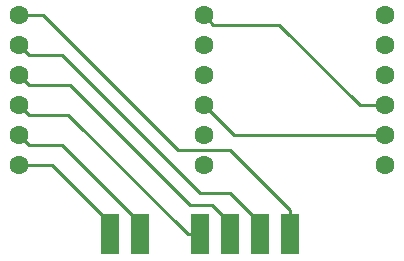
<source format=gbr>
G04 #@! TF.GenerationSoftware,KiCad,Pcbnew,5.0.2+dfsg1-1~bpo9+1*
G04 #@! TF.CreationDate,2019-05-22T19:19:29+01:00*
G04 #@! TF.ProjectId,arduboy_flashcart,61726475-626f-4795-9f66-6c6173686361,rev?*
G04 #@! TF.SameCoordinates,Original*
G04 #@! TF.FileFunction,Copper,L2,Bot*
G04 #@! TF.FilePolarity,Positive*
%FSLAX46Y46*%
G04 Gerber Fmt 4.6, Leading zero omitted, Abs format (unit mm)*
G04 Created by KiCad (PCBNEW 5.0.2+dfsg1-1~bpo9+1) date Wed 22 May 2019 19:19:29 BST*
%MOMM*%
%LPD*%
G01*
G04 APERTURE LIST*
G04 #@! TA.AperFunction,ComponentPad*
%ADD10C,1.600000*%
G04 #@! TD*
G04 #@! TA.AperFunction,SMDPad,CuDef*
%ADD11R,1.600000X3.500000*%
G04 #@! TD*
G04 #@! TA.AperFunction,Conductor*
%ADD12C,0.250000*%
G04 #@! TD*
G04 APERTURE END LIST*
D10*
G04 #@! TO.P,U1,3*
G04 #@! TO.N,Net-(U1-Pad3)*
X132613400Y-51714400D03*
G04 #@! TO.P,U1,4*
G04 #@! TO.N,Net-(U1-Pad4)*
X132613400Y-49174400D03*
G04 #@! TO.P,U1,5*
G04 #@! TO.N,Net-(U1-Pad5)*
X132613400Y-46634400D03*
G04 #@! TO.P,U1,6*
G04 #@! TO.N,Net-(U1-Pad6)*
X132613400Y-44094400D03*
G04 #@! TO.P,U1,2*
G04 #@! TO.N,Net-(U1-Pad2)*
X132613400Y-54254400D03*
G04 #@! TO.P,U1,1*
G04 #@! TO.N,Net-(U1-Pad1)*
X132613400Y-56794400D03*
G04 #@! TD*
G04 #@! TO.P,U2,4*
G04 #@! TO.N,Net-(U2-Pad4)*
X101625400Y-49174400D03*
G04 #@! TO.P,U2,3*
G04 #@! TO.N,Net-(U2-Pad3)*
X101625400Y-51714400D03*
G04 #@! TO.P,U2,10*
G04 #@! TO.N,Net-(U1-Pad5)*
X117271800Y-49174400D03*
G04 #@! TO.P,U2,9*
G04 #@! TO.N,Net-(U1-Pad2)*
X117271800Y-51714400D03*
G04 #@! TO.P,U2,5*
G04 #@! TO.N,Net-(U2-Pad5)*
X101625400Y-46634400D03*
G04 #@! TO.P,U2,6*
G04 #@! TO.N,Net-(U2-Pad6)*
X101625400Y-44094400D03*
G04 #@! TO.P,U2,2*
G04 #@! TO.N,Net-(U2-Pad2)*
X101625400Y-54254400D03*
G04 #@! TO.P,U2,1*
G04 #@! TO.N,Net-(U2-Pad1)*
X101625400Y-56794400D03*
G04 #@! TO.P,U2,11*
G04 #@! TO.N,Net-(U1-Pad6)*
X117271800Y-46634400D03*
G04 #@! TO.P,U2,12*
G04 #@! TO.N,Net-(U1-Pad3)*
X117271800Y-44094400D03*
G04 #@! TO.P,U2,8*
G04 #@! TO.N,Net-(U1-Pad4)*
X117271800Y-54254400D03*
G04 #@! TO.P,U2,7*
G04 #@! TO.N,Net-(U1-Pad1)*
X117271800Y-56794400D03*
G04 #@! TD*
D11*
G04 #@! TO.P,U3,3*
G04 #@! TO.N,Net-(U2-Pad3)*
X116941600Y-62611000D03*
G04 #@! TO.P,U3,4*
G04 #@! TO.N,Net-(U2-Pad4)*
X119481600Y-62611000D03*
G04 #@! TO.P,U3,5*
G04 #@! TO.N,Net-(U2-Pad5)*
X122021600Y-62611000D03*
G04 #@! TO.P,U3,6*
G04 #@! TO.N,Net-(U2-Pad6)*
X124561600Y-62611000D03*
G04 #@! TO.P,U3,1*
G04 #@! TO.N,Net-(U2-Pad1)*
X109321600Y-62611000D03*
G04 #@! TO.P,U3,2*
G04 #@! TO.N,Net-(U2-Pad2)*
X111861600Y-62611000D03*
G04 #@! TD*
D12*
G04 #@! TO.N,Net-(U1-Pad3)*
X118071799Y-44894399D02*
X123634399Y-44894399D01*
X117271800Y-44094400D02*
X118071799Y-44894399D01*
X130454400Y-51714400D02*
X132613400Y-51714400D01*
X123634399Y-44894399D02*
X130454400Y-51714400D01*
G04 #@! TO.N,Net-(U1-Pad2)*
X119811800Y-54254400D02*
X132613400Y-54254400D01*
X117271800Y-51714400D02*
X119811800Y-54254400D01*
G04 #@! TO.N,Net-(U2-Pad4)*
X102425399Y-49974399D02*
X105955999Y-49974399D01*
X101625400Y-49174400D02*
X102425399Y-49974399D01*
X105955999Y-49974399D02*
X116128800Y-60147200D01*
X119481600Y-61661000D02*
X119481600Y-62611000D01*
X117967800Y-60147200D02*
X119481600Y-61661000D01*
X116128800Y-60147200D02*
X117967800Y-60147200D01*
G04 #@! TO.N,Net-(U2-Pad3)*
X115891600Y-62611000D02*
X116941600Y-62611000D01*
X102425399Y-52514399D02*
X105794999Y-52514399D01*
X105794999Y-52514399D02*
X115891600Y-62611000D01*
X101625400Y-51714400D02*
X102425399Y-52514399D01*
G04 #@! TO.N,Net-(U2-Pad5)*
X102425399Y-47434399D02*
X105270199Y-47434399D01*
X101625400Y-46634400D02*
X102425399Y-47434399D01*
X105270199Y-47434399D02*
X116941600Y-59105800D01*
X122021600Y-61661000D02*
X122021600Y-62611000D01*
X119466400Y-59105800D02*
X122021600Y-61661000D01*
X116941600Y-59105800D02*
X119466400Y-59105800D01*
G04 #@! TO.N,Net-(U2-Pad6)*
X124561600Y-60611000D02*
X119475000Y-55524400D01*
X124561600Y-62611000D02*
X124561600Y-60611000D01*
X119475000Y-55524400D02*
X115087400Y-55524400D01*
X103657400Y-44094400D02*
X101625400Y-44094400D01*
X115087400Y-55524400D02*
X103657400Y-44094400D01*
G04 #@! TO.N,Net-(U2-Pad2)*
X105254999Y-55054399D02*
X111861600Y-61661000D01*
X102425399Y-55054399D02*
X105254999Y-55054399D01*
X111861600Y-61661000D02*
X111861600Y-62611000D01*
X101625400Y-54254400D02*
X102425399Y-55054399D01*
G04 #@! TO.N,Net-(U2-Pad1)*
X109321600Y-61661000D02*
X109321600Y-62611000D01*
X104455000Y-56794400D02*
X109321600Y-61661000D01*
X101625400Y-56794400D02*
X104455000Y-56794400D01*
G04 #@! TD*
M02*

</source>
